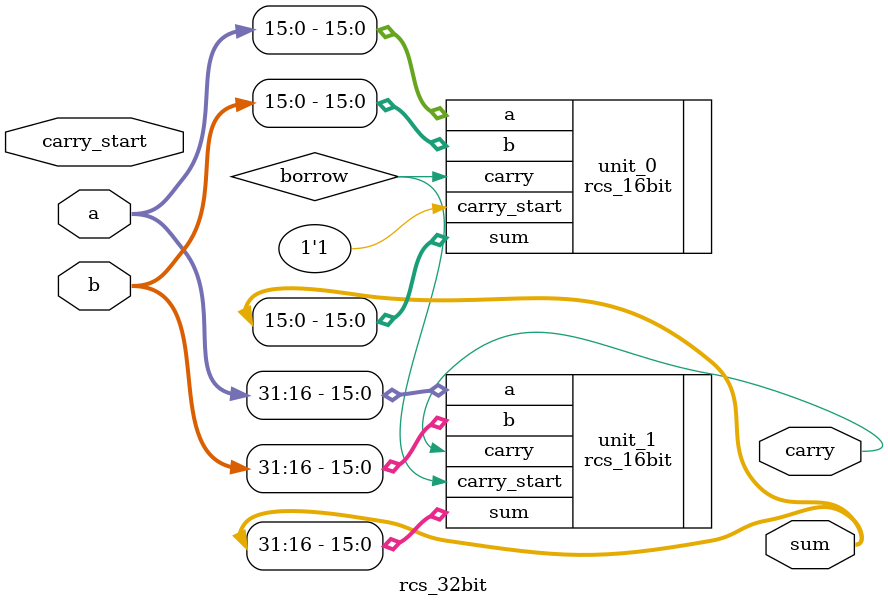
<source format=v>
module rcs_32bit(a, b, sum, carry_start, carry);
    input [31:0] a, b;
    input carry_start;
    output [31:0] sum;
    output carry;

    wire borrow;

    rcs_16bit unit_0(
        .a(a[15:0]),
        .b(b[15:0]),
        .sum(sum[15:0]),
        .carry_start(1'b1),
        .carry(borrow)
    );

    rcs_16bit unit_1(
        .a(a[31:16]),
        .b(b[31:16]),
        .sum(sum[31:16]),
        .carry_start(borrow),
        .carry(carry)
    );
endmodule
</source>
